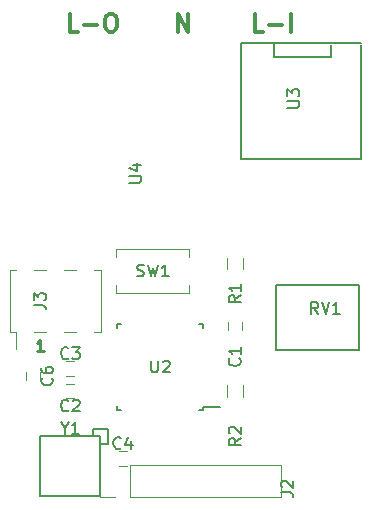
<source format=gbr>
G04 #@! TF.GenerationSoftware,KiCad,Pcbnew,(5.0.1)-4*
G04 #@! TF.CreationDate,2019-04-29T20:25:55+02:00*
G04 #@! TF.ProjectId,MyWallSwitch,4D7957616C6C5377697463682E6B6963,2*
G04 #@! TF.SameCoordinates,Original*
G04 #@! TF.FileFunction,Legend,Top*
G04 #@! TF.FilePolarity,Positive*
%FSLAX46Y46*%
G04 Gerber Fmt 4.6, Leading zero omitted, Abs format (unit mm)*
G04 Created by KiCad (PCBNEW (5.0.1)-4) date 29.04.2019 20:25:55*
%MOMM*%
%LPD*%
G01*
G04 APERTURE LIST*
%ADD10C,0.250000*%
%ADD11C,0.300000*%
%ADD12C,0.150000*%
%ADD13C,0.120000*%
G04 APERTURE END LIST*
D10*
X127285714Y-107132380D02*
X126714285Y-107132380D01*
X127000000Y-107132380D02*
X127000000Y-106132380D01*
X126904761Y-106275238D01*
X126809523Y-106370476D01*
X126714285Y-106418095D01*
D11*
X145863571Y-80053571D02*
X145149285Y-80053571D01*
X145149285Y-78553571D01*
X146363571Y-79482142D02*
X147506428Y-79482142D01*
X148220714Y-80053571D02*
X148220714Y-78553571D01*
X138636428Y-80053571D02*
X138636428Y-78553571D01*
X139493571Y-80053571D01*
X139493571Y-78553571D01*
X130195000Y-80053571D02*
X129480714Y-80053571D01*
X129480714Y-78553571D01*
X130695000Y-79482142D02*
X131837857Y-79482142D01*
X132837857Y-78553571D02*
X133123571Y-78553571D01*
X133266428Y-78625000D01*
X133409285Y-78767857D01*
X133480714Y-79053571D01*
X133480714Y-79553571D01*
X133409285Y-79839285D01*
X133266428Y-79982142D01*
X133123571Y-80053571D01*
X132837857Y-80053571D01*
X132695000Y-79982142D01*
X132552142Y-79839285D01*
X132480714Y-79553571D01*
X132480714Y-79053571D01*
X132552142Y-78767857D01*
X132695000Y-78625000D01*
X132837857Y-78553571D01*
D12*
G04 #@! TO.C,U3*
X146812000Y-82169000D02*
X146812000Y-81026000D01*
X151638000Y-82169000D02*
X146812000Y-82169000D01*
X151638000Y-81153000D02*
X151638000Y-82169000D01*
X144018000Y-81026000D02*
X154178000Y-81026000D01*
X144018000Y-90805000D02*
X144018000Y-81026000D01*
X154178000Y-90805000D02*
X144018000Y-90805000D01*
X154178000Y-81153000D02*
X154178000Y-90805000D01*
G04 #@! TO.C,U2*
X140785000Y-111858000D02*
X142210000Y-111858000D01*
X133535000Y-112083000D02*
X133860000Y-112083000D01*
X133535000Y-104833000D02*
X133860000Y-104833000D01*
X140785000Y-104833000D02*
X140460000Y-104833000D01*
X140785000Y-112083000D02*
X140460000Y-112083000D01*
X140785000Y-104833000D02*
X140785000Y-105158000D01*
X133535000Y-104833000D02*
X133535000Y-105158000D01*
X133535000Y-112083000D02*
X133535000Y-111758000D01*
X140785000Y-112083000D02*
X140785000Y-111858000D01*
G04 #@! TO.C,Y1*
X132080000Y-119380000D02*
X127000000Y-119380000D01*
X127000000Y-119380000D02*
X127000000Y-114300000D01*
X127000000Y-114300000D02*
X132080000Y-114300000D01*
X132080000Y-114300000D02*
X132080000Y-119380000D01*
X132080000Y-114935000D02*
X132715000Y-114935000D01*
X132715000Y-114935000D02*
X132715000Y-113665000D01*
X132715000Y-113665000D02*
X131445000Y-113665000D01*
X131445000Y-113665000D02*
X131445000Y-114300000D01*
D13*
G04 #@! TO.C,J2*
X132020000Y-119440000D02*
X132020000Y-118110000D01*
X133350000Y-119440000D02*
X132020000Y-119440000D01*
X134620000Y-119440000D02*
X134620000Y-116780000D01*
X134620000Y-116780000D02*
X147380000Y-116780000D01*
X134620000Y-119440000D02*
X147380000Y-119440000D01*
X147380000Y-119440000D02*
X147380000Y-116780000D01*
G04 #@! TO.C,R1*
X142830000Y-100195000D02*
X142830000Y-99195000D01*
X144190000Y-99195000D02*
X144190000Y-100195000D01*
G04 #@! TO.C,R2*
X142830000Y-110990000D02*
X142830000Y-109990000D01*
X144190000Y-109990000D02*
X144190000Y-110990000D01*
D12*
G04 #@! TO.C,RV1*
X146955000Y-101520000D02*
X146955000Y-107020000D01*
X153955000Y-101520000D02*
X153955000Y-107020000D01*
X146955000Y-101520000D02*
X153955000Y-101520000D01*
X146955000Y-107020000D02*
X153955000Y-107020000D01*
D13*
G04 #@! TO.C,J3*
X124400000Y-105470000D02*
X124400000Y-100270000D01*
X132140000Y-105470000D02*
X132140000Y-100270000D01*
X124970000Y-106910000D02*
X124970000Y-105470000D01*
X124400000Y-105470000D02*
X124970000Y-105470000D01*
X124400000Y-100270000D02*
X124970000Y-100270000D01*
X131570000Y-105470000D02*
X132140000Y-105470000D01*
X131570000Y-100270000D02*
X132140000Y-100270000D01*
X126490000Y-105470000D02*
X127510000Y-105470000D01*
X126490000Y-100270000D02*
X127510000Y-100270000D01*
X129030000Y-105470000D02*
X130050000Y-105470000D01*
X129030000Y-100270000D02*
X130050000Y-100270000D01*
G04 #@! TO.C,C1*
X142910000Y-105313000D02*
X142910000Y-104613000D01*
X144110000Y-104613000D02*
X144110000Y-105313000D01*
G04 #@! TO.C,C3*
X129890000Y-109185000D02*
X129190000Y-109185000D01*
X129190000Y-107985000D02*
X129890000Y-107985000D01*
G04 #@! TO.C,C6*
X125765000Y-109570000D02*
X125765000Y-108870000D01*
X126965000Y-108870000D02*
X126965000Y-109570000D01*
G04 #@! TO.C,C4*
X133635000Y-115605000D02*
X134335000Y-115605000D01*
X134335000Y-116805000D02*
X133635000Y-116805000D01*
G04 #@! TO.C,C2*
X129890000Y-111090000D02*
X129190000Y-111090000D01*
X129190000Y-109890000D02*
X129890000Y-109890000D01*
G04 #@! TO.C,SW1*
X139625000Y-98480000D02*
X139625000Y-99130000D01*
X139625000Y-102180000D02*
X139625000Y-101530000D01*
X133425000Y-101530000D02*
X133425000Y-102180000D01*
X133425000Y-98480000D02*
X133425000Y-99130000D01*
X139625000Y-98480000D02*
X133425000Y-98480000D01*
X133425000Y-102180000D02*
X139625000Y-102180000D01*
G04 #@! TO.C,U3*
D12*
X147915380Y-86486904D02*
X148724904Y-86486904D01*
X148820142Y-86439285D01*
X148867761Y-86391666D01*
X148915380Y-86296428D01*
X148915380Y-86105952D01*
X148867761Y-86010714D01*
X148820142Y-85963095D01*
X148724904Y-85915476D01*
X147915380Y-85915476D01*
X147915380Y-85534523D02*
X147915380Y-84915476D01*
X148296333Y-85248809D01*
X148296333Y-85105952D01*
X148343952Y-85010714D01*
X148391571Y-84963095D01*
X148486809Y-84915476D01*
X148724904Y-84915476D01*
X148820142Y-84963095D01*
X148867761Y-85010714D01*
X148915380Y-85105952D01*
X148915380Y-85391666D01*
X148867761Y-85486904D01*
X148820142Y-85534523D01*
G04 #@! TO.C,U4*
X134537380Y-92836904D02*
X135346904Y-92836904D01*
X135442142Y-92789285D01*
X135489761Y-92741666D01*
X135537380Y-92646428D01*
X135537380Y-92455952D01*
X135489761Y-92360714D01*
X135442142Y-92313095D01*
X135346904Y-92265476D01*
X134537380Y-92265476D01*
X134870714Y-91360714D02*
X135537380Y-91360714D01*
X134489761Y-91598809D02*
X135204047Y-91836904D01*
X135204047Y-91217857D01*
G04 #@! TO.C,U2*
X136398095Y-107910380D02*
X136398095Y-108719904D01*
X136445714Y-108815142D01*
X136493333Y-108862761D01*
X136588571Y-108910380D01*
X136779047Y-108910380D01*
X136874285Y-108862761D01*
X136921904Y-108815142D01*
X136969523Y-108719904D01*
X136969523Y-107910380D01*
X137398095Y-108005619D02*
X137445714Y-107958000D01*
X137540952Y-107910380D01*
X137779047Y-107910380D01*
X137874285Y-107958000D01*
X137921904Y-108005619D01*
X137969523Y-108100857D01*
X137969523Y-108196095D01*
X137921904Y-108338952D01*
X137350476Y-108910380D01*
X137969523Y-108910380D01*
G04 #@! TO.C,Y1*
X129063809Y-113641190D02*
X129063809Y-114117380D01*
X128730476Y-113117380D02*
X129063809Y-113641190D01*
X129397142Y-113117380D01*
X130254285Y-114117380D02*
X129682857Y-114117380D01*
X129968571Y-114117380D02*
X129968571Y-113117380D01*
X129873333Y-113260238D01*
X129778095Y-113355476D01*
X129682857Y-113403095D01*
G04 #@! TO.C,J2*
X147407380Y-119078333D02*
X148121666Y-119078333D01*
X148264523Y-119125952D01*
X148359761Y-119221190D01*
X148407380Y-119364047D01*
X148407380Y-119459285D01*
X147502619Y-118649761D02*
X147455000Y-118602142D01*
X147407380Y-118506904D01*
X147407380Y-118268809D01*
X147455000Y-118173571D01*
X147502619Y-118125952D01*
X147597857Y-118078333D01*
X147693095Y-118078333D01*
X147835952Y-118125952D01*
X148407380Y-118697380D01*
X148407380Y-118078333D01*
G04 #@! TO.C,R1*
X143962380Y-102401666D02*
X143486190Y-102735000D01*
X143962380Y-102973095D02*
X142962380Y-102973095D01*
X142962380Y-102592142D01*
X143010000Y-102496904D01*
X143057619Y-102449285D01*
X143152857Y-102401666D01*
X143295714Y-102401666D01*
X143390952Y-102449285D01*
X143438571Y-102496904D01*
X143486190Y-102592142D01*
X143486190Y-102973095D01*
X143962380Y-101449285D02*
X143962380Y-102020714D01*
X143962380Y-101735000D02*
X142962380Y-101735000D01*
X143105238Y-101830238D01*
X143200476Y-101925476D01*
X143248095Y-102020714D01*
G04 #@! TO.C,R2*
X143962380Y-114466666D02*
X143486190Y-114800000D01*
X143962380Y-115038095D02*
X142962380Y-115038095D01*
X142962380Y-114657142D01*
X143010000Y-114561904D01*
X143057619Y-114514285D01*
X143152857Y-114466666D01*
X143295714Y-114466666D01*
X143390952Y-114514285D01*
X143438571Y-114561904D01*
X143486190Y-114657142D01*
X143486190Y-115038095D01*
X143057619Y-114085714D02*
X143010000Y-114038095D01*
X142962380Y-113942857D01*
X142962380Y-113704761D01*
X143010000Y-113609523D01*
X143057619Y-113561904D01*
X143152857Y-113514285D01*
X143248095Y-113514285D01*
X143390952Y-113561904D01*
X143962380Y-114133333D01*
X143962380Y-113514285D01*
G04 #@! TO.C,RV1*
X150534761Y-103957380D02*
X150201428Y-103481190D01*
X149963333Y-103957380D02*
X149963333Y-102957380D01*
X150344285Y-102957380D01*
X150439523Y-103005000D01*
X150487142Y-103052619D01*
X150534761Y-103147857D01*
X150534761Y-103290714D01*
X150487142Y-103385952D01*
X150439523Y-103433571D01*
X150344285Y-103481190D01*
X149963333Y-103481190D01*
X150820476Y-102957380D02*
X151153809Y-103957380D01*
X151487142Y-102957380D01*
X152344285Y-103957380D02*
X151772857Y-103957380D01*
X152058571Y-103957380D02*
X152058571Y-102957380D01*
X151963333Y-103100238D01*
X151868095Y-103195476D01*
X151772857Y-103243095D01*
G04 #@! TO.C,J3*
X126452380Y-103203333D02*
X127166666Y-103203333D01*
X127309523Y-103250952D01*
X127404761Y-103346190D01*
X127452380Y-103489047D01*
X127452380Y-103584285D01*
X126452380Y-102822380D02*
X126452380Y-102203333D01*
X126833333Y-102536666D01*
X126833333Y-102393809D01*
X126880952Y-102298571D01*
X126928571Y-102250952D01*
X127023809Y-102203333D01*
X127261904Y-102203333D01*
X127357142Y-102250952D01*
X127404761Y-102298571D01*
X127452380Y-102393809D01*
X127452380Y-102679523D01*
X127404761Y-102774761D01*
X127357142Y-102822380D01*
G04 #@! TO.C,C1*
X143867142Y-107735666D02*
X143914761Y-107783285D01*
X143962380Y-107926142D01*
X143962380Y-108021380D01*
X143914761Y-108164238D01*
X143819523Y-108259476D01*
X143724285Y-108307095D01*
X143533809Y-108354714D01*
X143390952Y-108354714D01*
X143200476Y-108307095D01*
X143105238Y-108259476D01*
X143010000Y-108164238D01*
X142962380Y-108021380D01*
X142962380Y-107926142D01*
X143010000Y-107783285D01*
X143057619Y-107735666D01*
X143962380Y-106783285D02*
X143962380Y-107354714D01*
X143962380Y-107069000D02*
X142962380Y-107069000D01*
X143105238Y-107164238D01*
X143200476Y-107259476D01*
X143248095Y-107354714D01*
G04 #@! TO.C,C3*
X129373333Y-107692142D02*
X129325714Y-107739761D01*
X129182857Y-107787380D01*
X129087619Y-107787380D01*
X128944761Y-107739761D01*
X128849523Y-107644523D01*
X128801904Y-107549285D01*
X128754285Y-107358809D01*
X128754285Y-107215952D01*
X128801904Y-107025476D01*
X128849523Y-106930238D01*
X128944761Y-106835000D01*
X129087619Y-106787380D01*
X129182857Y-106787380D01*
X129325714Y-106835000D01*
X129373333Y-106882619D01*
X129706666Y-106787380D02*
X130325714Y-106787380D01*
X129992380Y-107168333D01*
X130135238Y-107168333D01*
X130230476Y-107215952D01*
X130278095Y-107263571D01*
X130325714Y-107358809D01*
X130325714Y-107596904D01*
X130278095Y-107692142D01*
X130230476Y-107739761D01*
X130135238Y-107787380D01*
X129849523Y-107787380D01*
X129754285Y-107739761D01*
X129706666Y-107692142D01*
G04 #@! TO.C,C6*
X127972142Y-109386666D02*
X128019761Y-109434285D01*
X128067380Y-109577142D01*
X128067380Y-109672380D01*
X128019761Y-109815238D01*
X127924523Y-109910476D01*
X127829285Y-109958095D01*
X127638809Y-110005714D01*
X127495952Y-110005714D01*
X127305476Y-109958095D01*
X127210238Y-109910476D01*
X127115000Y-109815238D01*
X127067380Y-109672380D01*
X127067380Y-109577142D01*
X127115000Y-109434285D01*
X127162619Y-109386666D01*
X127067380Y-108529523D02*
X127067380Y-108720000D01*
X127115000Y-108815238D01*
X127162619Y-108862857D01*
X127305476Y-108958095D01*
X127495952Y-109005714D01*
X127876904Y-109005714D01*
X127972142Y-108958095D01*
X128019761Y-108910476D01*
X128067380Y-108815238D01*
X128067380Y-108624761D01*
X128019761Y-108529523D01*
X127972142Y-108481904D01*
X127876904Y-108434285D01*
X127638809Y-108434285D01*
X127543571Y-108481904D01*
X127495952Y-108529523D01*
X127448333Y-108624761D01*
X127448333Y-108815238D01*
X127495952Y-108910476D01*
X127543571Y-108958095D01*
X127638809Y-109005714D01*
G04 #@! TO.C,C4*
X133818333Y-115312142D02*
X133770714Y-115359761D01*
X133627857Y-115407380D01*
X133532619Y-115407380D01*
X133389761Y-115359761D01*
X133294523Y-115264523D01*
X133246904Y-115169285D01*
X133199285Y-114978809D01*
X133199285Y-114835952D01*
X133246904Y-114645476D01*
X133294523Y-114550238D01*
X133389761Y-114455000D01*
X133532619Y-114407380D01*
X133627857Y-114407380D01*
X133770714Y-114455000D01*
X133818333Y-114502619D01*
X134675476Y-114740714D02*
X134675476Y-115407380D01*
X134437380Y-114359761D02*
X134199285Y-115074047D01*
X134818333Y-115074047D01*
G04 #@! TO.C,C2*
X129373333Y-112117142D02*
X129325714Y-112164761D01*
X129182857Y-112212380D01*
X129087619Y-112212380D01*
X128944761Y-112164761D01*
X128849523Y-112069523D01*
X128801904Y-111974285D01*
X128754285Y-111783809D01*
X128754285Y-111640952D01*
X128801904Y-111450476D01*
X128849523Y-111355238D01*
X128944761Y-111260000D01*
X129087619Y-111212380D01*
X129182857Y-111212380D01*
X129325714Y-111260000D01*
X129373333Y-111307619D01*
X129754285Y-111307619D02*
X129801904Y-111260000D01*
X129897142Y-111212380D01*
X130135238Y-111212380D01*
X130230476Y-111260000D01*
X130278095Y-111307619D01*
X130325714Y-111402857D01*
X130325714Y-111498095D01*
X130278095Y-111640952D01*
X129706666Y-112212380D01*
X130325714Y-112212380D01*
G04 #@! TO.C,SW1*
X135191666Y-100734761D02*
X135334523Y-100782380D01*
X135572619Y-100782380D01*
X135667857Y-100734761D01*
X135715476Y-100687142D01*
X135763095Y-100591904D01*
X135763095Y-100496666D01*
X135715476Y-100401428D01*
X135667857Y-100353809D01*
X135572619Y-100306190D01*
X135382142Y-100258571D01*
X135286904Y-100210952D01*
X135239285Y-100163333D01*
X135191666Y-100068095D01*
X135191666Y-99972857D01*
X135239285Y-99877619D01*
X135286904Y-99830000D01*
X135382142Y-99782380D01*
X135620238Y-99782380D01*
X135763095Y-99830000D01*
X136096428Y-99782380D02*
X136334523Y-100782380D01*
X136525000Y-100068095D01*
X136715476Y-100782380D01*
X136953571Y-99782380D01*
X137858333Y-100782380D02*
X137286904Y-100782380D01*
X137572619Y-100782380D02*
X137572619Y-99782380D01*
X137477380Y-99925238D01*
X137382142Y-100020476D01*
X137286904Y-100068095D01*
G04 #@! TD*
M02*

</source>
